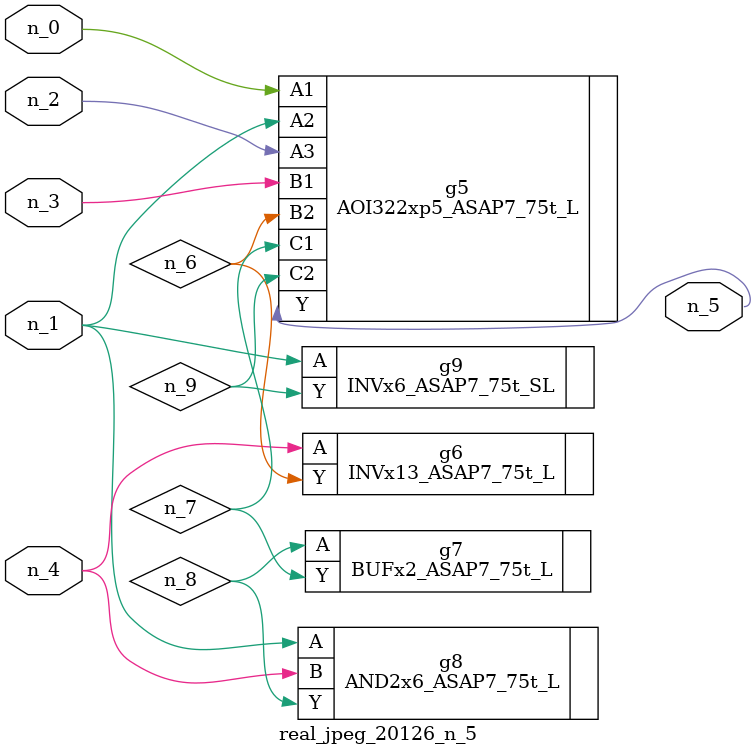
<source format=v>
module real_jpeg_20126_n_5 (n_4, n_0, n_1, n_2, n_3, n_5);

input n_4;
input n_0;
input n_1;
input n_2;
input n_3;

output n_5;

wire n_8;
wire n_6;
wire n_7;
wire n_9;

AOI322xp5_ASAP7_75t_L g5 ( 
.A1(n_0),
.A2(n_1),
.A3(n_2),
.B1(n_3),
.B2(n_6),
.C1(n_7),
.C2(n_9),
.Y(n_5)
);

AND2x6_ASAP7_75t_L g8 ( 
.A(n_1),
.B(n_4),
.Y(n_8)
);

INVx6_ASAP7_75t_SL g9 ( 
.A(n_1),
.Y(n_9)
);

INVx13_ASAP7_75t_L g6 ( 
.A(n_4),
.Y(n_6)
);

BUFx2_ASAP7_75t_L g7 ( 
.A(n_8),
.Y(n_7)
);


endmodule
</source>
